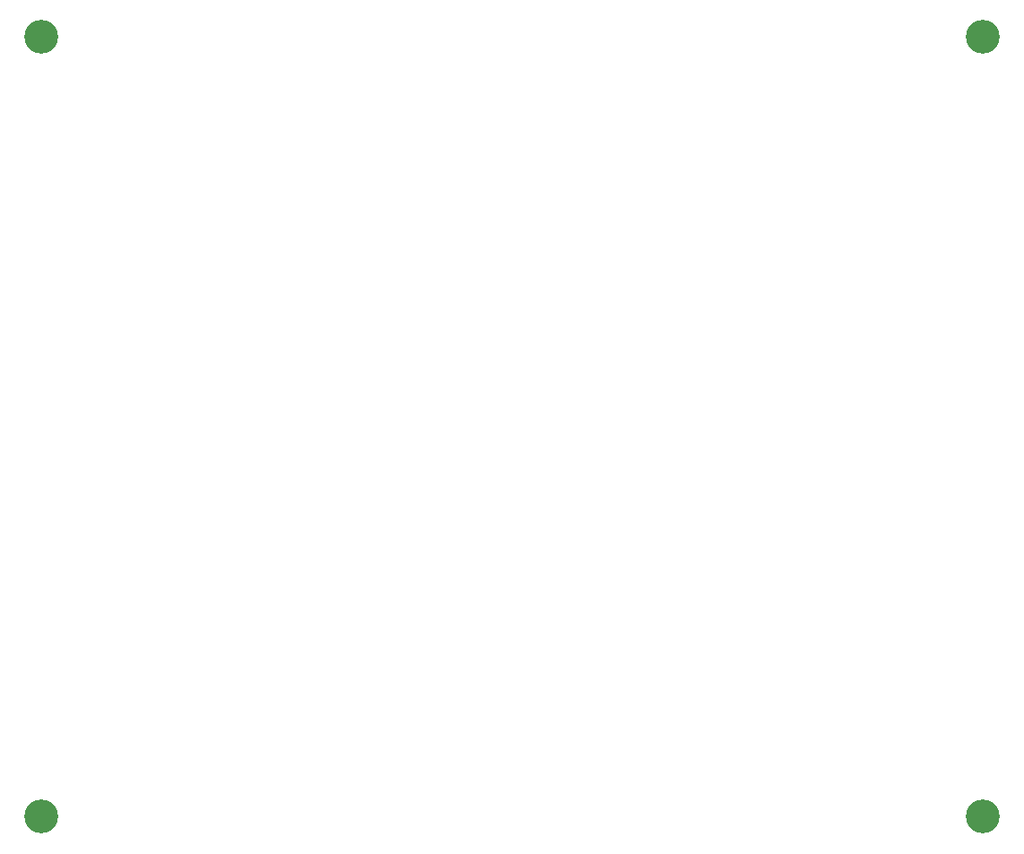
<source format=gbr>
%TF.GenerationSoftware,KiCad,Pcbnew,(6.0.7-1)-1*%
%TF.CreationDate,2023-03-26T15:29:39-04:00*%
%TF.ProjectId,RC_PCB,52435f50-4342-42e6-9b69-6361645f7063,rev?*%
%TF.SameCoordinates,Original*%
%TF.FileFunction,NonPlated,1,2,NPTH,Drill*%
%TF.FilePolarity,Positive*%
%FSLAX46Y46*%
G04 Gerber Fmt 4.6, Leading zero omitted, Abs format (unit mm)*
G04 Created by KiCad (PCBNEW (6.0.7-1)-1) date 2023-03-26 15:29:39*
%MOMM*%
%LPD*%
G01*
G04 APERTURE LIST*
%TA.AperFunction,ComponentDrill*%
%ADD10C,3.200000*%
%TD*%
G04 APERTURE END LIST*
D10*
%TO.C,H3*%
X111760000Y-53340000D03*
X111760000Y-127000000D03*
X200660000Y-53340000D03*
X200660000Y-127000000D03*
M02*

</source>
